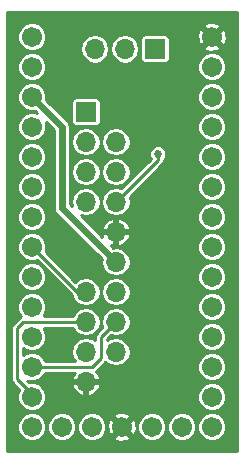
<source format=gbr>
G04 #@! TF.FileFunction,Copper,L2,Bot,Signal*
%FSLAX46Y46*%
G04 Gerber Fmt 4.6, Leading zero omitted, Abs format (unit mm)*
G04 Created by KiCad (PCBNEW 4.0.0-rc1-stable) date 30/03/2017 16:27:04*
%MOMM*%
G01*
G04 APERTURE LIST*
%ADD10C,0.076200*%
%ADD11R,1.700000X1.700000*%
%ADD12O,1.700000X1.700000*%
%ADD13C,1.701800*%
%ADD14C,0.685800*%
%ADD15C,0.609600*%
%ADD16C,0.254000*%
G04 APERTURE END LIST*
D10*
D11*
X108204000Y-98806000D03*
D12*
X105664000Y-98806000D03*
X103124000Y-98806000D03*
D13*
X113030000Y-100330000D03*
X113030000Y-102870000D03*
X113030000Y-105410000D03*
X113030000Y-107950000D03*
X113030000Y-110490000D03*
X113030000Y-113030000D03*
X113030000Y-115570000D03*
X113030000Y-118110000D03*
X113030000Y-120650000D03*
X113030000Y-123190000D03*
X113030000Y-125730000D03*
X113030000Y-128270000D03*
X113030000Y-130810000D03*
X97790000Y-130810000D03*
X97790000Y-128270000D03*
X97790000Y-125730000D03*
X97790000Y-123190000D03*
X97790000Y-120650000D03*
X97790000Y-118110000D03*
X97790000Y-115570000D03*
X97790000Y-113030000D03*
X97790000Y-110490000D03*
X97790000Y-107950000D03*
X97790000Y-105410000D03*
X97790000Y-102870000D03*
X97790000Y-100330000D03*
X97790000Y-97790000D03*
X113030000Y-97790000D03*
X110490000Y-130810000D03*
X107950000Y-130810000D03*
X105410000Y-130810000D03*
X102870000Y-130810000D03*
X100330000Y-130810000D03*
D11*
X102362000Y-104140000D03*
D12*
X102362000Y-106680000D03*
X104902000Y-106680000D03*
X102362000Y-109220000D03*
X104902000Y-109220000D03*
X102362000Y-111760000D03*
X104902000Y-111760000D03*
X104902000Y-114300000D03*
X104902000Y-116840000D03*
X102362000Y-119380000D03*
X104902000Y-119380000D03*
X102362000Y-121920000D03*
X104902000Y-121920000D03*
X102362000Y-124460000D03*
X104902000Y-124460000D03*
X102362000Y-127000000D03*
D14*
X108458000Y-107696000D03*
D15*
X100330000Y-112268000D02*
X104902000Y-116840000D01*
X100330000Y-105410000D02*
X100330000Y-112268000D01*
X97790000Y-102870000D02*
X100330000Y-105410000D01*
D16*
X108458000Y-108204000D02*
X104902000Y-111760000D01*
X108458000Y-107696000D02*
X108458000Y-108204000D01*
X97790000Y-128270000D02*
X97790000Y-128016000D01*
X97790000Y-128016000D02*
X96520000Y-126746000D01*
X96520000Y-126746000D02*
X96520000Y-122428000D01*
X96520000Y-122428000D02*
X97028000Y-121920000D01*
X97028000Y-121920000D02*
X102362000Y-121920000D01*
X97790000Y-125730000D02*
X102870000Y-125730000D01*
X103632000Y-123190000D02*
X104902000Y-121920000D01*
X103632000Y-124968000D02*
X103632000Y-123190000D01*
X102870000Y-125730000D02*
X103632000Y-124968000D01*
X97790000Y-115570000D02*
X101600000Y-119380000D01*
X101600000Y-119380000D02*
X102362000Y-119380000D01*
G36*
X115114000Y-132894000D02*
X95706000Y-132894000D01*
X95706000Y-131053965D01*
X96557887Y-131053965D01*
X96745037Y-131506903D01*
X97091274Y-131853745D01*
X97543885Y-132041685D01*
X98033965Y-132042113D01*
X98486903Y-131854963D01*
X98833745Y-131508726D01*
X99021685Y-131056115D01*
X99021686Y-131053965D01*
X99097887Y-131053965D01*
X99285037Y-131506903D01*
X99631274Y-131853745D01*
X100083885Y-132041685D01*
X100573965Y-132042113D01*
X101026903Y-131854963D01*
X101373745Y-131508726D01*
X101561685Y-131056115D01*
X101561686Y-131053965D01*
X101637887Y-131053965D01*
X101825037Y-131506903D01*
X102171274Y-131853745D01*
X102623885Y-132041685D01*
X103113965Y-132042113D01*
X103566903Y-131854963D01*
X103706435Y-131715674D01*
X104683931Y-131715674D01*
X104778250Y-131895593D01*
X105241778Y-132054717D01*
X105730915Y-132024345D01*
X106041750Y-131895593D01*
X106136069Y-131715674D01*
X105410000Y-130989605D01*
X104683931Y-131715674D01*
X103706435Y-131715674D01*
X103913745Y-131508726D01*
X104101685Y-131056115D01*
X104102046Y-130641778D01*
X104165283Y-130641778D01*
X104195655Y-131130915D01*
X104324407Y-131441750D01*
X104504326Y-131536069D01*
X105230395Y-130810000D01*
X105589605Y-130810000D01*
X106315674Y-131536069D01*
X106495593Y-131441750D01*
X106628715Y-131053965D01*
X106717887Y-131053965D01*
X106905037Y-131506903D01*
X107251274Y-131853745D01*
X107703885Y-132041685D01*
X108193965Y-132042113D01*
X108646903Y-131854963D01*
X108993745Y-131508726D01*
X109181685Y-131056115D01*
X109181686Y-131053965D01*
X109257887Y-131053965D01*
X109445037Y-131506903D01*
X109791274Y-131853745D01*
X110243885Y-132041685D01*
X110733965Y-132042113D01*
X111186903Y-131854963D01*
X111533745Y-131508726D01*
X111721685Y-131056115D01*
X111721686Y-131053965D01*
X111797887Y-131053965D01*
X111985037Y-131506903D01*
X112331274Y-131853745D01*
X112783885Y-132041685D01*
X113273965Y-132042113D01*
X113726903Y-131854963D01*
X114073745Y-131508726D01*
X114261685Y-131056115D01*
X114262113Y-130566035D01*
X114074963Y-130113097D01*
X113728726Y-129766255D01*
X113276115Y-129578315D01*
X112786035Y-129577887D01*
X112333097Y-129765037D01*
X111986255Y-130111274D01*
X111798315Y-130563885D01*
X111797887Y-131053965D01*
X111721686Y-131053965D01*
X111722113Y-130566035D01*
X111534963Y-130113097D01*
X111188726Y-129766255D01*
X110736115Y-129578315D01*
X110246035Y-129577887D01*
X109793097Y-129765037D01*
X109446255Y-130111274D01*
X109258315Y-130563885D01*
X109257887Y-131053965D01*
X109181686Y-131053965D01*
X109182113Y-130566035D01*
X108994963Y-130113097D01*
X108648726Y-129766255D01*
X108196115Y-129578315D01*
X107706035Y-129577887D01*
X107253097Y-129765037D01*
X106906255Y-130111274D01*
X106718315Y-130563885D01*
X106717887Y-131053965D01*
X106628715Y-131053965D01*
X106654717Y-130978222D01*
X106624345Y-130489085D01*
X106495593Y-130178250D01*
X106315674Y-130083931D01*
X105589605Y-130810000D01*
X105230395Y-130810000D01*
X104504326Y-130083931D01*
X104324407Y-130178250D01*
X104165283Y-130641778D01*
X104102046Y-130641778D01*
X104102113Y-130566035D01*
X103914963Y-130113097D01*
X103706557Y-129904326D01*
X104683931Y-129904326D01*
X105410000Y-130630395D01*
X106136069Y-129904326D01*
X106041750Y-129724407D01*
X105578222Y-129565283D01*
X105089085Y-129595655D01*
X104778250Y-129724407D01*
X104683931Y-129904326D01*
X103706557Y-129904326D01*
X103568726Y-129766255D01*
X103116115Y-129578315D01*
X102626035Y-129577887D01*
X102173097Y-129765037D01*
X101826255Y-130111274D01*
X101638315Y-130563885D01*
X101637887Y-131053965D01*
X101561686Y-131053965D01*
X101562113Y-130566035D01*
X101374963Y-130113097D01*
X101028726Y-129766255D01*
X100576115Y-129578315D01*
X100086035Y-129577887D01*
X99633097Y-129765037D01*
X99286255Y-130111274D01*
X99098315Y-130563885D01*
X99097887Y-131053965D01*
X99021686Y-131053965D01*
X99022113Y-130566035D01*
X98834963Y-130113097D01*
X98488726Y-129766255D01*
X98036115Y-129578315D01*
X97546035Y-129577887D01*
X97093097Y-129765037D01*
X96746255Y-130111274D01*
X96558315Y-130563885D01*
X96557887Y-131053965D01*
X95706000Y-131053965D01*
X95706000Y-122428000D01*
X96012000Y-122428000D01*
X96012000Y-126746000D01*
X96050669Y-126940403D01*
X96160790Y-127105210D01*
X96711222Y-127655642D01*
X96558315Y-128023885D01*
X96557887Y-128513965D01*
X96745037Y-128966903D01*
X97091274Y-129313745D01*
X97543885Y-129501685D01*
X98033965Y-129502113D01*
X98486903Y-129314963D01*
X98833745Y-128968726D01*
X99021685Y-128516115D01*
X99021686Y-128513965D01*
X111797887Y-128513965D01*
X111985037Y-128966903D01*
X112331274Y-129313745D01*
X112783885Y-129501685D01*
X113273965Y-129502113D01*
X113726903Y-129314963D01*
X114073745Y-128968726D01*
X114261685Y-128516115D01*
X114262113Y-128026035D01*
X114074963Y-127573097D01*
X113728726Y-127226255D01*
X113276115Y-127038315D01*
X112786035Y-127037887D01*
X112333097Y-127225037D01*
X111986255Y-127571274D01*
X111798315Y-128023885D01*
X111797887Y-128513965D01*
X99021686Y-128513965D01*
X99022113Y-128026035D01*
X98834963Y-127573097D01*
X98579293Y-127316980D01*
X101172511Y-127316980D01*
X101296755Y-127616964D01*
X101613944Y-127977652D01*
X102045018Y-128189501D01*
X102235000Y-128129193D01*
X102235000Y-127127000D01*
X102489000Y-127127000D01*
X102489000Y-128129193D01*
X102678982Y-128189501D01*
X103110056Y-127977652D01*
X103427245Y-127616964D01*
X103551489Y-127316980D01*
X103490627Y-127127000D01*
X102489000Y-127127000D01*
X102235000Y-127127000D01*
X101233373Y-127127000D01*
X101172511Y-127316980D01*
X98579293Y-127316980D01*
X98488726Y-127226255D01*
X98036115Y-127038315D01*
X97546035Y-127037887D01*
X97534906Y-127042486D01*
X97390353Y-126897933D01*
X97543885Y-126961685D01*
X98033965Y-126962113D01*
X98486903Y-126774963D01*
X98833745Y-126428726D01*
X98912941Y-126238000D01*
X101424300Y-126238000D01*
X101296755Y-126383036D01*
X101172511Y-126683020D01*
X101233373Y-126873000D01*
X102235000Y-126873000D01*
X102235000Y-126853000D01*
X102489000Y-126853000D01*
X102489000Y-126873000D01*
X103490627Y-126873000D01*
X103551489Y-126683020D01*
X103427245Y-126383036D01*
X103191193Y-126114612D01*
X103229210Y-126089210D01*
X103344455Y-125973965D01*
X111797887Y-125973965D01*
X111985037Y-126426903D01*
X112331274Y-126773745D01*
X112783885Y-126961685D01*
X113273965Y-126962113D01*
X113726903Y-126774963D01*
X114073745Y-126428726D01*
X114261685Y-125976115D01*
X114262113Y-125486035D01*
X114074963Y-125033097D01*
X113728726Y-124686255D01*
X113276115Y-124498315D01*
X112786035Y-124497887D01*
X112333097Y-124685037D01*
X111986255Y-125031274D01*
X111798315Y-125483885D01*
X111797887Y-125973965D01*
X103344455Y-125973965D01*
X103991210Y-125327210D01*
X103998241Y-125316688D01*
X104007435Y-125330448D01*
X104406800Y-125597296D01*
X104877883Y-125691000D01*
X104926117Y-125691000D01*
X105397200Y-125597296D01*
X105796565Y-125330448D01*
X106063413Y-124931083D01*
X106157117Y-124460000D01*
X106063413Y-123988917D01*
X105796565Y-123589552D01*
X105563714Y-123433965D01*
X111797887Y-123433965D01*
X111985037Y-123886903D01*
X112331274Y-124233745D01*
X112783885Y-124421685D01*
X113273965Y-124422113D01*
X113726903Y-124234963D01*
X114073745Y-123888726D01*
X114261685Y-123436115D01*
X114262113Y-122946035D01*
X114074963Y-122493097D01*
X113728726Y-122146255D01*
X113276115Y-121958315D01*
X112786035Y-121957887D01*
X112333097Y-122145037D01*
X111986255Y-122491274D01*
X111798315Y-122943885D01*
X111797887Y-123433965D01*
X105563714Y-123433965D01*
X105397200Y-123322704D01*
X104926117Y-123229000D01*
X104877883Y-123229000D01*
X104406800Y-123322704D01*
X104140000Y-123500975D01*
X104140000Y-123400420D01*
X104470461Y-123069959D01*
X104877883Y-123151000D01*
X104926117Y-123151000D01*
X105397200Y-123057296D01*
X105796565Y-122790448D01*
X106063413Y-122391083D01*
X106157117Y-121920000D01*
X106063413Y-121448917D01*
X105796565Y-121049552D01*
X105563714Y-120893965D01*
X111797887Y-120893965D01*
X111985037Y-121346903D01*
X112331274Y-121693745D01*
X112783885Y-121881685D01*
X113273965Y-121882113D01*
X113726903Y-121694963D01*
X114073745Y-121348726D01*
X114261685Y-120896115D01*
X114262113Y-120406035D01*
X114074963Y-119953097D01*
X113728726Y-119606255D01*
X113276115Y-119418315D01*
X112786035Y-119417887D01*
X112333097Y-119605037D01*
X111986255Y-119951274D01*
X111798315Y-120403885D01*
X111797887Y-120893965D01*
X105563714Y-120893965D01*
X105397200Y-120782704D01*
X104926117Y-120689000D01*
X104877883Y-120689000D01*
X104406800Y-120782704D01*
X104007435Y-121049552D01*
X103740587Y-121448917D01*
X103646883Y-121920000D01*
X103735927Y-122367653D01*
X103272790Y-122830790D01*
X103162669Y-122995597D01*
X103124000Y-123190000D01*
X103124000Y-123500975D01*
X102857200Y-123322704D01*
X102386117Y-123229000D01*
X102337883Y-123229000D01*
X101866800Y-123322704D01*
X101467435Y-123589552D01*
X101200587Y-123988917D01*
X101106883Y-124460000D01*
X101200587Y-124931083D01*
X101394972Y-125222000D01*
X98913016Y-125222000D01*
X98834963Y-125033097D01*
X98488726Y-124686255D01*
X98036115Y-124498315D01*
X97546035Y-124497887D01*
X97093097Y-124685037D01*
X97028000Y-124750020D01*
X97028000Y-124170360D01*
X97091274Y-124233745D01*
X97543885Y-124421685D01*
X98033965Y-124422113D01*
X98486903Y-124234963D01*
X98833745Y-123888726D01*
X99021685Y-123436115D01*
X99022113Y-122946035D01*
X98834963Y-122493097D01*
X98769980Y-122428000D01*
X101225254Y-122428000D01*
X101467435Y-122790448D01*
X101866800Y-123057296D01*
X102337883Y-123151000D01*
X102386117Y-123151000D01*
X102857200Y-123057296D01*
X103256565Y-122790448D01*
X103523413Y-122391083D01*
X103617117Y-121920000D01*
X103523413Y-121448917D01*
X103256565Y-121049552D01*
X102857200Y-120782704D01*
X102386117Y-120689000D01*
X102337883Y-120689000D01*
X101866800Y-120782704D01*
X101467435Y-121049552D01*
X101225254Y-121412000D01*
X98770360Y-121412000D01*
X98833745Y-121348726D01*
X99021685Y-120896115D01*
X99022113Y-120406035D01*
X98834963Y-119953097D01*
X98488726Y-119606255D01*
X98036115Y-119418315D01*
X97546035Y-119417887D01*
X97093097Y-119605037D01*
X96746255Y-119951274D01*
X96558315Y-120403885D01*
X96557887Y-120893965D01*
X96745037Y-121346903D01*
X96846133Y-121448175D01*
X96833597Y-121450669D01*
X96833595Y-121450670D01*
X96833596Y-121450670D01*
X96668789Y-121560790D01*
X96160790Y-122068790D01*
X96050669Y-122233597D01*
X96012000Y-122428000D01*
X95706000Y-122428000D01*
X95706000Y-118353965D01*
X96557887Y-118353965D01*
X96745037Y-118806903D01*
X97091274Y-119153745D01*
X97543885Y-119341685D01*
X98033965Y-119342113D01*
X98486903Y-119154963D01*
X98833745Y-118808726D01*
X99021685Y-118356115D01*
X99022113Y-117866035D01*
X98834963Y-117413097D01*
X98488726Y-117066255D01*
X98036115Y-116878315D01*
X97546035Y-116877887D01*
X97093097Y-117065037D01*
X96746255Y-117411274D01*
X96558315Y-117863885D01*
X96557887Y-118353965D01*
X95706000Y-118353965D01*
X95706000Y-115813965D01*
X96557887Y-115813965D01*
X96745037Y-116266903D01*
X97091274Y-116613745D01*
X97543885Y-116801685D01*
X98033965Y-116802113D01*
X98224829Y-116723249D01*
X101162826Y-119661246D01*
X101200587Y-119851083D01*
X101467435Y-120250448D01*
X101866800Y-120517296D01*
X102337883Y-120611000D01*
X102386117Y-120611000D01*
X102857200Y-120517296D01*
X103256565Y-120250448D01*
X103523413Y-119851083D01*
X103617117Y-119380000D01*
X103646883Y-119380000D01*
X103740587Y-119851083D01*
X104007435Y-120250448D01*
X104406800Y-120517296D01*
X104877883Y-120611000D01*
X104926117Y-120611000D01*
X105397200Y-120517296D01*
X105796565Y-120250448D01*
X106063413Y-119851083D01*
X106157117Y-119380000D01*
X106063413Y-118908917D01*
X105796565Y-118509552D01*
X105563714Y-118353965D01*
X111797887Y-118353965D01*
X111985037Y-118806903D01*
X112331274Y-119153745D01*
X112783885Y-119341685D01*
X113273965Y-119342113D01*
X113726903Y-119154963D01*
X114073745Y-118808726D01*
X114261685Y-118356115D01*
X114262113Y-117866035D01*
X114074963Y-117413097D01*
X113728726Y-117066255D01*
X113276115Y-116878315D01*
X112786035Y-116877887D01*
X112333097Y-117065037D01*
X111986255Y-117411274D01*
X111798315Y-117863885D01*
X111797887Y-118353965D01*
X105563714Y-118353965D01*
X105397200Y-118242704D01*
X104926117Y-118149000D01*
X104877883Y-118149000D01*
X104406800Y-118242704D01*
X104007435Y-118509552D01*
X103740587Y-118908917D01*
X103646883Y-119380000D01*
X103617117Y-119380000D01*
X103523413Y-118908917D01*
X103256565Y-118509552D01*
X102857200Y-118242704D01*
X102386117Y-118149000D01*
X102337883Y-118149000D01*
X101866800Y-118242704D01*
X101467435Y-118509552D01*
X101459639Y-118521219D01*
X98943302Y-116004882D01*
X99021685Y-115816115D01*
X99022113Y-115326035D01*
X98834963Y-114873097D01*
X98488726Y-114526255D01*
X98036115Y-114338315D01*
X97546035Y-114337887D01*
X97093097Y-114525037D01*
X96746255Y-114871274D01*
X96558315Y-115323885D01*
X96557887Y-115813965D01*
X95706000Y-115813965D01*
X95706000Y-113273965D01*
X96557887Y-113273965D01*
X96745037Y-113726903D01*
X97091274Y-114073745D01*
X97543885Y-114261685D01*
X98033965Y-114262113D01*
X98486903Y-114074963D01*
X98833745Y-113728726D01*
X99021685Y-113276115D01*
X99022113Y-112786035D01*
X98834963Y-112333097D01*
X98488726Y-111986255D01*
X98036115Y-111798315D01*
X97546035Y-111797887D01*
X97093097Y-111985037D01*
X96746255Y-112331274D01*
X96558315Y-112783885D01*
X96557887Y-113273965D01*
X95706000Y-113273965D01*
X95706000Y-110733965D01*
X96557887Y-110733965D01*
X96745037Y-111186903D01*
X97091274Y-111533745D01*
X97543885Y-111721685D01*
X98033965Y-111722113D01*
X98486903Y-111534963D01*
X98833745Y-111188726D01*
X99021685Y-110736115D01*
X99022113Y-110246035D01*
X98834963Y-109793097D01*
X98488726Y-109446255D01*
X98036115Y-109258315D01*
X97546035Y-109257887D01*
X97093097Y-109445037D01*
X96746255Y-109791274D01*
X96558315Y-110243885D01*
X96557887Y-110733965D01*
X95706000Y-110733965D01*
X95706000Y-108193965D01*
X96557887Y-108193965D01*
X96745037Y-108646903D01*
X97091274Y-108993745D01*
X97543885Y-109181685D01*
X98033965Y-109182113D01*
X98486903Y-108994963D01*
X98833745Y-108648726D01*
X99021685Y-108196115D01*
X99022113Y-107706035D01*
X98834963Y-107253097D01*
X98488726Y-106906255D01*
X98036115Y-106718315D01*
X97546035Y-106717887D01*
X97093097Y-106905037D01*
X96746255Y-107251274D01*
X96558315Y-107703885D01*
X96557887Y-108193965D01*
X95706000Y-108193965D01*
X95706000Y-103113965D01*
X96557887Y-103113965D01*
X96745037Y-103566903D01*
X97091274Y-103913745D01*
X97543885Y-104101685D01*
X98033965Y-104102113D01*
X98046900Y-104096768D01*
X98194011Y-104243879D01*
X98036115Y-104178315D01*
X97546035Y-104177887D01*
X97093097Y-104365037D01*
X96746255Y-104711274D01*
X96558315Y-105163885D01*
X96557887Y-105653965D01*
X96745037Y-106106903D01*
X97091274Y-106453745D01*
X97543885Y-106641685D01*
X98033965Y-106642113D01*
X98486903Y-106454963D01*
X98833745Y-106108726D01*
X99021685Y-105656115D01*
X99022113Y-105166035D01*
X98955887Y-105005755D01*
X99644200Y-105694068D01*
X99644200Y-112268000D01*
X99696403Y-112530445D01*
X99845066Y-112752934D01*
X103694209Y-116602077D01*
X103646883Y-116840000D01*
X103740587Y-117311083D01*
X104007435Y-117710448D01*
X104406800Y-117977296D01*
X104877883Y-118071000D01*
X104926117Y-118071000D01*
X105397200Y-117977296D01*
X105796565Y-117710448D01*
X106063413Y-117311083D01*
X106157117Y-116840000D01*
X106063413Y-116368917D01*
X105796565Y-115969552D01*
X105563714Y-115813965D01*
X111797887Y-115813965D01*
X111985037Y-116266903D01*
X112331274Y-116613745D01*
X112783885Y-116801685D01*
X113273965Y-116802113D01*
X113726903Y-116614963D01*
X114073745Y-116268726D01*
X114261685Y-115816115D01*
X114262113Y-115326035D01*
X114074963Y-114873097D01*
X113728726Y-114526255D01*
X113276115Y-114338315D01*
X112786035Y-114337887D01*
X112333097Y-114525037D01*
X111986255Y-114871274D01*
X111798315Y-115323885D01*
X111797887Y-115813965D01*
X105563714Y-115813965D01*
X105397200Y-115702704D01*
X104926117Y-115609000D01*
X104877883Y-115609000D01*
X104680191Y-115648323D01*
X104459862Y-115427994D01*
X104585018Y-115489501D01*
X104775000Y-115429193D01*
X104775000Y-114427000D01*
X105029000Y-114427000D01*
X105029000Y-115429193D01*
X105218982Y-115489501D01*
X105650056Y-115277652D01*
X105967245Y-114916964D01*
X106091489Y-114616980D01*
X106030627Y-114427000D01*
X105029000Y-114427000D01*
X104775000Y-114427000D01*
X103773373Y-114427000D01*
X103712511Y-114616980D01*
X103757519Y-114725651D01*
X103014888Y-113983020D01*
X103712511Y-113983020D01*
X103773373Y-114173000D01*
X104775000Y-114173000D01*
X104775000Y-113170807D01*
X105029000Y-113170807D01*
X105029000Y-114173000D01*
X106030627Y-114173000D01*
X106091489Y-113983020D01*
X105967245Y-113683036D01*
X105650056Y-113322348D01*
X105551606Y-113273965D01*
X111797887Y-113273965D01*
X111985037Y-113726903D01*
X112331274Y-114073745D01*
X112783885Y-114261685D01*
X113273965Y-114262113D01*
X113726903Y-114074963D01*
X114073745Y-113728726D01*
X114261685Y-113276115D01*
X114262113Y-112786035D01*
X114074963Y-112333097D01*
X113728726Y-111986255D01*
X113276115Y-111798315D01*
X112786035Y-111797887D01*
X112333097Y-111985037D01*
X111986255Y-112331274D01*
X111798315Y-112783885D01*
X111797887Y-113273965D01*
X105551606Y-113273965D01*
X105218982Y-113110499D01*
X105029000Y-113170807D01*
X104775000Y-113170807D01*
X104585018Y-113110499D01*
X104153944Y-113322348D01*
X103836755Y-113683036D01*
X103712511Y-113983020D01*
X103014888Y-113983020D01*
X101944649Y-112912781D01*
X102337883Y-112991000D01*
X102386117Y-112991000D01*
X102857200Y-112897296D01*
X103256565Y-112630448D01*
X103523413Y-112231083D01*
X103617117Y-111760000D01*
X103646883Y-111760000D01*
X103740587Y-112231083D01*
X104007435Y-112630448D01*
X104406800Y-112897296D01*
X104877883Y-112991000D01*
X104926117Y-112991000D01*
X105397200Y-112897296D01*
X105796565Y-112630448D01*
X106063413Y-112231083D01*
X106157117Y-111760000D01*
X106068073Y-111312347D01*
X106646455Y-110733965D01*
X111797887Y-110733965D01*
X111985037Y-111186903D01*
X112331274Y-111533745D01*
X112783885Y-111721685D01*
X113273965Y-111722113D01*
X113726903Y-111534963D01*
X114073745Y-111188726D01*
X114261685Y-110736115D01*
X114262113Y-110246035D01*
X114074963Y-109793097D01*
X113728726Y-109446255D01*
X113276115Y-109258315D01*
X112786035Y-109257887D01*
X112333097Y-109445037D01*
X111986255Y-109791274D01*
X111798315Y-110243885D01*
X111797887Y-110733965D01*
X106646455Y-110733965D01*
X108817210Y-108563211D01*
X108927331Y-108398404D01*
X108944905Y-108310050D01*
X108964078Y-108213661D01*
X108983808Y-108193965D01*
X111797887Y-108193965D01*
X111985037Y-108646903D01*
X112331274Y-108993745D01*
X112783885Y-109181685D01*
X113273965Y-109182113D01*
X113726903Y-108994963D01*
X114073745Y-108648726D01*
X114261685Y-108196115D01*
X114262113Y-107706035D01*
X114074963Y-107253097D01*
X113728726Y-106906255D01*
X113276115Y-106718315D01*
X112786035Y-106717887D01*
X112333097Y-106905037D01*
X111986255Y-107251274D01*
X111798315Y-107703885D01*
X111797887Y-108193965D01*
X108983808Y-108193965D01*
X109071335Y-108106592D01*
X109181774Y-107840624D01*
X109182025Y-107552639D01*
X109072050Y-107286479D01*
X108868592Y-107082665D01*
X108602624Y-106972226D01*
X108314639Y-106971975D01*
X108048479Y-107081950D01*
X107844665Y-107285408D01*
X107734226Y-107551376D01*
X107733975Y-107839361D01*
X107842227Y-108101352D01*
X105333539Y-110610041D01*
X104926117Y-110529000D01*
X104877883Y-110529000D01*
X104406800Y-110622704D01*
X104007435Y-110889552D01*
X103740587Y-111288917D01*
X103646883Y-111760000D01*
X103617117Y-111760000D01*
X103523413Y-111288917D01*
X103256565Y-110889552D01*
X102857200Y-110622704D01*
X102386117Y-110529000D01*
X102337883Y-110529000D01*
X101866800Y-110622704D01*
X101467435Y-110889552D01*
X101200587Y-111288917D01*
X101106883Y-111760000D01*
X101185102Y-112153234D01*
X101015800Y-111983932D01*
X101015800Y-109220000D01*
X101106883Y-109220000D01*
X101200587Y-109691083D01*
X101467435Y-110090448D01*
X101866800Y-110357296D01*
X102337883Y-110451000D01*
X102386117Y-110451000D01*
X102857200Y-110357296D01*
X103256565Y-110090448D01*
X103523413Y-109691083D01*
X103617117Y-109220000D01*
X103646883Y-109220000D01*
X103740587Y-109691083D01*
X104007435Y-110090448D01*
X104406800Y-110357296D01*
X104877883Y-110451000D01*
X104926117Y-110451000D01*
X105397200Y-110357296D01*
X105796565Y-110090448D01*
X106063413Y-109691083D01*
X106157117Y-109220000D01*
X106063413Y-108748917D01*
X105796565Y-108349552D01*
X105397200Y-108082704D01*
X104926117Y-107989000D01*
X104877883Y-107989000D01*
X104406800Y-108082704D01*
X104007435Y-108349552D01*
X103740587Y-108748917D01*
X103646883Y-109220000D01*
X103617117Y-109220000D01*
X103523413Y-108748917D01*
X103256565Y-108349552D01*
X102857200Y-108082704D01*
X102386117Y-107989000D01*
X102337883Y-107989000D01*
X101866800Y-108082704D01*
X101467435Y-108349552D01*
X101200587Y-108748917D01*
X101106883Y-109220000D01*
X101015800Y-109220000D01*
X101015800Y-106680000D01*
X101106883Y-106680000D01*
X101200587Y-107151083D01*
X101467435Y-107550448D01*
X101866800Y-107817296D01*
X102337883Y-107911000D01*
X102386117Y-107911000D01*
X102857200Y-107817296D01*
X103256565Y-107550448D01*
X103523413Y-107151083D01*
X103617117Y-106680000D01*
X103646883Y-106680000D01*
X103740587Y-107151083D01*
X104007435Y-107550448D01*
X104406800Y-107817296D01*
X104877883Y-107911000D01*
X104926117Y-107911000D01*
X105397200Y-107817296D01*
X105796565Y-107550448D01*
X106063413Y-107151083D01*
X106157117Y-106680000D01*
X106063413Y-106208917D01*
X105796565Y-105809552D01*
X105563714Y-105653965D01*
X111797887Y-105653965D01*
X111985037Y-106106903D01*
X112331274Y-106453745D01*
X112783885Y-106641685D01*
X113273965Y-106642113D01*
X113726903Y-106454963D01*
X114073745Y-106108726D01*
X114261685Y-105656115D01*
X114262113Y-105166035D01*
X114074963Y-104713097D01*
X113728726Y-104366255D01*
X113276115Y-104178315D01*
X112786035Y-104177887D01*
X112333097Y-104365037D01*
X111986255Y-104711274D01*
X111798315Y-105163885D01*
X111797887Y-105653965D01*
X105563714Y-105653965D01*
X105397200Y-105542704D01*
X104926117Y-105449000D01*
X104877883Y-105449000D01*
X104406800Y-105542704D01*
X104007435Y-105809552D01*
X103740587Y-106208917D01*
X103646883Y-106680000D01*
X103617117Y-106680000D01*
X103523413Y-106208917D01*
X103256565Y-105809552D01*
X102857200Y-105542704D01*
X102386117Y-105449000D01*
X102337883Y-105449000D01*
X101866800Y-105542704D01*
X101467435Y-105809552D01*
X101200587Y-106208917D01*
X101106883Y-106680000D01*
X101015800Y-106680000D01*
X101015800Y-105410000D01*
X100963597Y-105147556D01*
X100814934Y-104925066D01*
X99179868Y-103290000D01*
X101123536Y-103290000D01*
X101123536Y-104990000D01*
X101150103Y-105131190D01*
X101233546Y-105260865D01*
X101360866Y-105347859D01*
X101512000Y-105378464D01*
X103212000Y-105378464D01*
X103353190Y-105351897D01*
X103482865Y-105268454D01*
X103569859Y-105141134D01*
X103600464Y-104990000D01*
X103600464Y-103290000D01*
X103573897Y-103148810D01*
X103551476Y-103113965D01*
X111797887Y-103113965D01*
X111985037Y-103566903D01*
X112331274Y-103913745D01*
X112783885Y-104101685D01*
X113273965Y-104102113D01*
X113726903Y-103914963D01*
X114073745Y-103568726D01*
X114261685Y-103116115D01*
X114262113Y-102626035D01*
X114074963Y-102173097D01*
X113728726Y-101826255D01*
X113276115Y-101638315D01*
X112786035Y-101637887D01*
X112333097Y-101825037D01*
X111986255Y-102171274D01*
X111798315Y-102623885D01*
X111797887Y-103113965D01*
X103551476Y-103113965D01*
X103490454Y-103019135D01*
X103363134Y-102932141D01*
X103212000Y-102901536D01*
X101512000Y-102901536D01*
X101370810Y-102928103D01*
X101241135Y-103011546D01*
X101154141Y-103138866D01*
X101123536Y-103290000D01*
X99179868Y-103290000D01*
X99017078Y-103127210D01*
X99021685Y-103116115D01*
X99022113Y-102626035D01*
X98834963Y-102173097D01*
X98488726Y-101826255D01*
X98036115Y-101638315D01*
X97546035Y-101637887D01*
X97093097Y-101825037D01*
X96746255Y-102171274D01*
X96558315Y-102623885D01*
X96557887Y-103113965D01*
X95706000Y-103113965D01*
X95706000Y-100573965D01*
X96557887Y-100573965D01*
X96745037Y-101026903D01*
X97091274Y-101373745D01*
X97543885Y-101561685D01*
X98033965Y-101562113D01*
X98486903Y-101374963D01*
X98833745Y-101028726D01*
X99021685Y-100576115D01*
X99021686Y-100573965D01*
X111797887Y-100573965D01*
X111985037Y-101026903D01*
X112331274Y-101373745D01*
X112783885Y-101561685D01*
X113273965Y-101562113D01*
X113726903Y-101374963D01*
X114073745Y-101028726D01*
X114261685Y-100576115D01*
X114262113Y-100086035D01*
X114074963Y-99633097D01*
X113728726Y-99286255D01*
X113276115Y-99098315D01*
X112786035Y-99097887D01*
X112333097Y-99285037D01*
X111986255Y-99631274D01*
X111798315Y-100083885D01*
X111797887Y-100573965D01*
X99021686Y-100573965D01*
X99022113Y-100086035D01*
X98834963Y-99633097D01*
X98488726Y-99286255D01*
X98036115Y-99098315D01*
X97546035Y-99097887D01*
X97093097Y-99285037D01*
X96746255Y-99631274D01*
X96558315Y-100083885D01*
X96557887Y-100573965D01*
X95706000Y-100573965D01*
X95706000Y-98033965D01*
X96557887Y-98033965D01*
X96745037Y-98486903D01*
X97091274Y-98833745D01*
X97543885Y-99021685D01*
X98033965Y-99022113D01*
X98486903Y-98834963D01*
X98540075Y-98781883D01*
X101893000Y-98781883D01*
X101893000Y-98830117D01*
X101986704Y-99301200D01*
X102253552Y-99700565D01*
X102652917Y-99967413D01*
X103124000Y-100061117D01*
X103595083Y-99967413D01*
X103994448Y-99700565D01*
X104261296Y-99301200D01*
X104355000Y-98830117D01*
X104355000Y-98781883D01*
X104433000Y-98781883D01*
X104433000Y-98830117D01*
X104526704Y-99301200D01*
X104793552Y-99700565D01*
X105192917Y-99967413D01*
X105664000Y-100061117D01*
X106135083Y-99967413D01*
X106534448Y-99700565D01*
X106801296Y-99301200D01*
X106895000Y-98830117D01*
X106895000Y-98781883D01*
X106801296Y-98310800D01*
X106564226Y-97956000D01*
X106965536Y-97956000D01*
X106965536Y-99656000D01*
X106992103Y-99797190D01*
X107075546Y-99926865D01*
X107202866Y-100013859D01*
X107354000Y-100044464D01*
X109054000Y-100044464D01*
X109195190Y-100017897D01*
X109324865Y-99934454D01*
X109411859Y-99807134D01*
X109442464Y-99656000D01*
X109442464Y-98695674D01*
X112303931Y-98695674D01*
X112398250Y-98875593D01*
X112861778Y-99034717D01*
X113350915Y-99004345D01*
X113661750Y-98875593D01*
X113756069Y-98695674D01*
X113030000Y-97969605D01*
X112303931Y-98695674D01*
X109442464Y-98695674D01*
X109442464Y-97956000D01*
X109415897Y-97814810D01*
X109332454Y-97685135D01*
X109239728Y-97621778D01*
X111785283Y-97621778D01*
X111815655Y-98110915D01*
X111944407Y-98421750D01*
X112124326Y-98516069D01*
X112850395Y-97790000D01*
X113209605Y-97790000D01*
X113935674Y-98516069D01*
X114115593Y-98421750D01*
X114274717Y-97958222D01*
X114244345Y-97469085D01*
X114115593Y-97158250D01*
X113935674Y-97063931D01*
X113209605Y-97790000D01*
X112850395Y-97790000D01*
X112124326Y-97063931D01*
X111944407Y-97158250D01*
X111785283Y-97621778D01*
X109239728Y-97621778D01*
X109205134Y-97598141D01*
X109054000Y-97567536D01*
X107354000Y-97567536D01*
X107212810Y-97594103D01*
X107083135Y-97677546D01*
X106996141Y-97804866D01*
X106965536Y-97956000D01*
X106564226Y-97956000D01*
X106534448Y-97911435D01*
X106135083Y-97644587D01*
X105664000Y-97550883D01*
X105192917Y-97644587D01*
X104793552Y-97911435D01*
X104526704Y-98310800D01*
X104433000Y-98781883D01*
X104355000Y-98781883D01*
X104261296Y-98310800D01*
X103994448Y-97911435D01*
X103595083Y-97644587D01*
X103124000Y-97550883D01*
X102652917Y-97644587D01*
X102253552Y-97911435D01*
X101986704Y-98310800D01*
X101893000Y-98781883D01*
X98540075Y-98781883D01*
X98833745Y-98488726D01*
X99021685Y-98036115D01*
X99022113Y-97546035D01*
X98834963Y-97093097D01*
X98626557Y-96884326D01*
X112303931Y-96884326D01*
X113030000Y-97610395D01*
X113756069Y-96884326D01*
X113661750Y-96704407D01*
X113198222Y-96545283D01*
X112709085Y-96575655D01*
X112398250Y-96704407D01*
X112303931Y-96884326D01*
X98626557Y-96884326D01*
X98488726Y-96746255D01*
X98036115Y-96558315D01*
X97546035Y-96557887D01*
X97093097Y-96745037D01*
X96746255Y-97091274D01*
X96558315Y-97543885D01*
X96557887Y-98033965D01*
X95706000Y-98033965D01*
X95706000Y-95706000D01*
X115114000Y-95706000D01*
X115114000Y-132894000D01*
X115114000Y-132894000D01*
G37*
X115114000Y-132894000D02*
X95706000Y-132894000D01*
X95706000Y-131053965D01*
X96557887Y-131053965D01*
X96745037Y-131506903D01*
X97091274Y-131853745D01*
X97543885Y-132041685D01*
X98033965Y-132042113D01*
X98486903Y-131854963D01*
X98833745Y-131508726D01*
X99021685Y-131056115D01*
X99021686Y-131053965D01*
X99097887Y-131053965D01*
X99285037Y-131506903D01*
X99631274Y-131853745D01*
X100083885Y-132041685D01*
X100573965Y-132042113D01*
X101026903Y-131854963D01*
X101373745Y-131508726D01*
X101561685Y-131056115D01*
X101561686Y-131053965D01*
X101637887Y-131053965D01*
X101825037Y-131506903D01*
X102171274Y-131853745D01*
X102623885Y-132041685D01*
X103113965Y-132042113D01*
X103566903Y-131854963D01*
X103706435Y-131715674D01*
X104683931Y-131715674D01*
X104778250Y-131895593D01*
X105241778Y-132054717D01*
X105730915Y-132024345D01*
X106041750Y-131895593D01*
X106136069Y-131715674D01*
X105410000Y-130989605D01*
X104683931Y-131715674D01*
X103706435Y-131715674D01*
X103913745Y-131508726D01*
X104101685Y-131056115D01*
X104102046Y-130641778D01*
X104165283Y-130641778D01*
X104195655Y-131130915D01*
X104324407Y-131441750D01*
X104504326Y-131536069D01*
X105230395Y-130810000D01*
X105589605Y-130810000D01*
X106315674Y-131536069D01*
X106495593Y-131441750D01*
X106628715Y-131053965D01*
X106717887Y-131053965D01*
X106905037Y-131506903D01*
X107251274Y-131853745D01*
X107703885Y-132041685D01*
X108193965Y-132042113D01*
X108646903Y-131854963D01*
X108993745Y-131508726D01*
X109181685Y-131056115D01*
X109181686Y-131053965D01*
X109257887Y-131053965D01*
X109445037Y-131506903D01*
X109791274Y-131853745D01*
X110243885Y-132041685D01*
X110733965Y-132042113D01*
X111186903Y-131854963D01*
X111533745Y-131508726D01*
X111721685Y-131056115D01*
X111721686Y-131053965D01*
X111797887Y-131053965D01*
X111985037Y-131506903D01*
X112331274Y-131853745D01*
X112783885Y-132041685D01*
X113273965Y-132042113D01*
X113726903Y-131854963D01*
X114073745Y-131508726D01*
X114261685Y-131056115D01*
X114262113Y-130566035D01*
X114074963Y-130113097D01*
X113728726Y-129766255D01*
X113276115Y-129578315D01*
X112786035Y-129577887D01*
X112333097Y-129765037D01*
X111986255Y-130111274D01*
X111798315Y-130563885D01*
X111797887Y-131053965D01*
X111721686Y-131053965D01*
X111722113Y-130566035D01*
X111534963Y-130113097D01*
X111188726Y-129766255D01*
X110736115Y-129578315D01*
X110246035Y-129577887D01*
X109793097Y-129765037D01*
X109446255Y-130111274D01*
X109258315Y-130563885D01*
X109257887Y-131053965D01*
X109181686Y-131053965D01*
X109182113Y-130566035D01*
X108994963Y-130113097D01*
X108648726Y-129766255D01*
X108196115Y-129578315D01*
X107706035Y-129577887D01*
X107253097Y-129765037D01*
X106906255Y-130111274D01*
X106718315Y-130563885D01*
X106717887Y-131053965D01*
X106628715Y-131053965D01*
X106654717Y-130978222D01*
X106624345Y-130489085D01*
X106495593Y-130178250D01*
X106315674Y-130083931D01*
X105589605Y-130810000D01*
X105230395Y-130810000D01*
X104504326Y-130083931D01*
X104324407Y-130178250D01*
X104165283Y-130641778D01*
X104102046Y-130641778D01*
X104102113Y-130566035D01*
X103914963Y-130113097D01*
X103706557Y-129904326D01*
X104683931Y-129904326D01*
X105410000Y-130630395D01*
X106136069Y-129904326D01*
X106041750Y-129724407D01*
X105578222Y-129565283D01*
X105089085Y-129595655D01*
X104778250Y-129724407D01*
X104683931Y-129904326D01*
X103706557Y-129904326D01*
X103568726Y-129766255D01*
X103116115Y-129578315D01*
X102626035Y-129577887D01*
X102173097Y-129765037D01*
X101826255Y-130111274D01*
X101638315Y-130563885D01*
X101637887Y-131053965D01*
X101561686Y-131053965D01*
X101562113Y-130566035D01*
X101374963Y-130113097D01*
X101028726Y-129766255D01*
X100576115Y-129578315D01*
X100086035Y-129577887D01*
X99633097Y-129765037D01*
X99286255Y-130111274D01*
X99098315Y-130563885D01*
X99097887Y-131053965D01*
X99021686Y-131053965D01*
X99022113Y-130566035D01*
X98834963Y-130113097D01*
X98488726Y-129766255D01*
X98036115Y-129578315D01*
X97546035Y-129577887D01*
X97093097Y-129765037D01*
X96746255Y-130111274D01*
X96558315Y-130563885D01*
X96557887Y-131053965D01*
X95706000Y-131053965D01*
X95706000Y-122428000D01*
X96012000Y-122428000D01*
X96012000Y-126746000D01*
X96050669Y-126940403D01*
X96160790Y-127105210D01*
X96711222Y-127655642D01*
X96558315Y-128023885D01*
X96557887Y-128513965D01*
X96745037Y-128966903D01*
X97091274Y-129313745D01*
X97543885Y-129501685D01*
X98033965Y-129502113D01*
X98486903Y-129314963D01*
X98833745Y-128968726D01*
X99021685Y-128516115D01*
X99021686Y-128513965D01*
X111797887Y-128513965D01*
X111985037Y-128966903D01*
X112331274Y-129313745D01*
X112783885Y-129501685D01*
X113273965Y-129502113D01*
X113726903Y-129314963D01*
X114073745Y-128968726D01*
X114261685Y-128516115D01*
X114262113Y-128026035D01*
X114074963Y-127573097D01*
X113728726Y-127226255D01*
X113276115Y-127038315D01*
X112786035Y-127037887D01*
X112333097Y-127225037D01*
X111986255Y-127571274D01*
X111798315Y-128023885D01*
X111797887Y-128513965D01*
X99021686Y-128513965D01*
X99022113Y-128026035D01*
X98834963Y-127573097D01*
X98579293Y-127316980D01*
X101172511Y-127316980D01*
X101296755Y-127616964D01*
X101613944Y-127977652D01*
X102045018Y-128189501D01*
X102235000Y-128129193D01*
X102235000Y-127127000D01*
X102489000Y-127127000D01*
X102489000Y-128129193D01*
X102678982Y-128189501D01*
X103110056Y-127977652D01*
X103427245Y-127616964D01*
X103551489Y-127316980D01*
X103490627Y-127127000D01*
X102489000Y-127127000D01*
X102235000Y-127127000D01*
X101233373Y-127127000D01*
X101172511Y-127316980D01*
X98579293Y-127316980D01*
X98488726Y-127226255D01*
X98036115Y-127038315D01*
X97546035Y-127037887D01*
X97534906Y-127042486D01*
X97390353Y-126897933D01*
X97543885Y-126961685D01*
X98033965Y-126962113D01*
X98486903Y-126774963D01*
X98833745Y-126428726D01*
X98912941Y-126238000D01*
X101424300Y-126238000D01*
X101296755Y-126383036D01*
X101172511Y-126683020D01*
X101233373Y-126873000D01*
X102235000Y-126873000D01*
X102235000Y-126853000D01*
X102489000Y-126853000D01*
X102489000Y-126873000D01*
X103490627Y-126873000D01*
X103551489Y-126683020D01*
X103427245Y-126383036D01*
X103191193Y-126114612D01*
X103229210Y-126089210D01*
X103344455Y-125973965D01*
X111797887Y-125973965D01*
X111985037Y-126426903D01*
X112331274Y-126773745D01*
X112783885Y-126961685D01*
X113273965Y-126962113D01*
X113726903Y-126774963D01*
X114073745Y-126428726D01*
X114261685Y-125976115D01*
X114262113Y-125486035D01*
X114074963Y-125033097D01*
X113728726Y-124686255D01*
X113276115Y-124498315D01*
X112786035Y-124497887D01*
X112333097Y-124685037D01*
X111986255Y-125031274D01*
X111798315Y-125483885D01*
X111797887Y-125973965D01*
X103344455Y-125973965D01*
X103991210Y-125327210D01*
X103998241Y-125316688D01*
X104007435Y-125330448D01*
X104406800Y-125597296D01*
X104877883Y-125691000D01*
X104926117Y-125691000D01*
X105397200Y-125597296D01*
X105796565Y-125330448D01*
X106063413Y-124931083D01*
X106157117Y-124460000D01*
X106063413Y-123988917D01*
X105796565Y-123589552D01*
X105563714Y-123433965D01*
X111797887Y-123433965D01*
X111985037Y-123886903D01*
X112331274Y-124233745D01*
X112783885Y-124421685D01*
X113273965Y-124422113D01*
X113726903Y-124234963D01*
X114073745Y-123888726D01*
X114261685Y-123436115D01*
X114262113Y-122946035D01*
X114074963Y-122493097D01*
X113728726Y-122146255D01*
X113276115Y-121958315D01*
X112786035Y-121957887D01*
X112333097Y-122145037D01*
X111986255Y-122491274D01*
X111798315Y-122943885D01*
X111797887Y-123433965D01*
X105563714Y-123433965D01*
X105397200Y-123322704D01*
X104926117Y-123229000D01*
X104877883Y-123229000D01*
X104406800Y-123322704D01*
X104140000Y-123500975D01*
X104140000Y-123400420D01*
X104470461Y-123069959D01*
X104877883Y-123151000D01*
X104926117Y-123151000D01*
X105397200Y-123057296D01*
X105796565Y-122790448D01*
X106063413Y-122391083D01*
X106157117Y-121920000D01*
X106063413Y-121448917D01*
X105796565Y-121049552D01*
X105563714Y-120893965D01*
X111797887Y-120893965D01*
X111985037Y-121346903D01*
X112331274Y-121693745D01*
X112783885Y-121881685D01*
X113273965Y-121882113D01*
X113726903Y-121694963D01*
X114073745Y-121348726D01*
X114261685Y-120896115D01*
X114262113Y-120406035D01*
X114074963Y-119953097D01*
X113728726Y-119606255D01*
X113276115Y-119418315D01*
X112786035Y-119417887D01*
X112333097Y-119605037D01*
X111986255Y-119951274D01*
X111798315Y-120403885D01*
X111797887Y-120893965D01*
X105563714Y-120893965D01*
X105397200Y-120782704D01*
X104926117Y-120689000D01*
X104877883Y-120689000D01*
X104406800Y-120782704D01*
X104007435Y-121049552D01*
X103740587Y-121448917D01*
X103646883Y-121920000D01*
X103735927Y-122367653D01*
X103272790Y-122830790D01*
X103162669Y-122995597D01*
X103124000Y-123190000D01*
X103124000Y-123500975D01*
X102857200Y-123322704D01*
X102386117Y-123229000D01*
X102337883Y-123229000D01*
X101866800Y-123322704D01*
X101467435Y-123589552D01*
X101200587Y-123988917D01*
X101106883Y-124460000D01*
X101200587Y-124931083D01*
X101394972Y-125222000D01*
X98913016Y-125222000D01*
X98834963Y-125033097D01*
X98488726Y-124686255D01*
X98036115Y-124498315D01*
X97546035Y-124497887D01*
X97093097Y-124685037D01*
X97028000Y-124750020D01*
X97028000Y-124170360D01*
X97091274Y-124233745D01*
X97543885Y-124421685D01*
X98033965Y-124422113D01*
X98486903Y-124234963D01*
X98833745Y-123888726D01*
X99021685Y-123436115D01*
X99022113Y-122946035D01*
X98834963Y-122493097D01*
X98769980Y-122428000D01*
X101225254Y-122428000D01*
X101467435Y-122790448D01*
X101866800Y-123057296D01*
X102337883Y-123151000D01*
X102386117Y-123151000D01*
X102857200Y-123057296D01*
X103256565Y-122790448D01*
X103523413Y-122391083D01*
X103617117Y-121920000D01*
X103523413Y-121448917D01*
X103256565Y-121049552D01*
X102857200Y-120782704D01*
X102386117Y-120689000D01*
X102337883Y-120689000D01*
X101866800Y-120782704D01*
X101467435Y-121049552D01*
X101225254Y-121412000D01*
X98770360Y-121412000D01*
X98833745Y-121348726D01*
X99021685Y-120896115D01*
X99022113Y-120406035D01*
X98834963Y-119953097D01*
X98488726Y-119606255D01*
X98036115Y-119418315D01*
X97546035Y-119417887D01*
X97093097Y-119605037D01*
X96746255Y-119951274D01*
X96558315Y-120403885D01*
X96557887Y-120893965D01*
X96745037Y-121346903D01*
X96846133Y-121448175D01*
X96833597Y-121450669D01*
X96833595Y-121450670D01*
X96833596Y-121450670D01*
X96668789Y-121560790D01*
X96160790Y-122068790D01*
X96050669Y-122233597D01*
X96012000Y-122428000D01*
X95706000Y-122428000D01*
X95706000Y-118353965D01*
X96557887Y-118353965D01*
X96745037Y-118806903D01*
X97091274Y-119153745D01*
X97543885Y-119341685D01*
X98033965Y-119342113D01*
X98486903Y-119154963D01*
X98833745Y-118808726D01*
X99021685Y-118356115D01*
X99022113Y-117866035D01*
X98834963Y-117413097D01*
X98488726Y-117066255D01*
X98036115Y-116878315D01*
X97546035Y-116877887D01*
X97093097Y-117065037D01*
X96746255Y-117411274D01*
X96558315Y-117863885D01*
X96557887Y-118353965D01*
X95706000Y-118353965D01*
X95706000Y-115813965D01*
X96557887Y-115813965D01*
X96745037Y-116266903D01*
X97091274Y-116613745D01*
X97543885Y-116801685D01*
X98033965Y-116802113D01*
X98224829Y-116723249D01*
X101162826Y-119661246D01*
X101200587Y-119851083D01*
X101467435Y-120250448D01*
X101866800Y-120517296D01*
X102337883Y-120611000D01*
X102386117Y-120611000D01*
X102857200Y-120517296D01*
X103256565Y-120250448D01*
X103523413Y-119851083D01*
X103617117Y-119380000D01*
X103646883Y-119380000D01*
X103740587Y-119851083D01*
X104007435Y-120250448D01*
X104406800Y-120517296D01*
X104877883Y-120611000D01*
X104926117Y-120611000D01*
X105397200Y-120517296D01*
X105796565Y-120250448D01*
X106063413Y-119851083D01*
X106157117Y-119380000D01*
X106063413Y-118908917D01*
X105796565Y-118509552D01*
X105563714Y-118353965D01*
X111797887Y-118353965D01*
X111985037Y-118806903D01*
X112331274Y-119153745D01*
X112783885Y-119341685D01*
X113273965Y-119342113D01*
X113726903Y-119154963D01*
X114073745Y-118808726D01*
X114261685Y-118356115D01*
X114262113Y-117866035D01*
X114074963Y-117413097D01*
X113728726Y-117066255D01*
X113276115Y-116878315D01*
X112786035Y-116877887D01*
X112333097Y-117065037D01*
X111986255Y-117411274D01*
X111798315Y-117863885D01*
X111797887Y-118353965D01*
X105563714Y-118353965D01*
X105397200Y-118242704D01*
X104926117Y-118149000D01*
X104877883Y-118149000D01*
X104406800Y-118242704D01*
X104007435Y-118509552D01*
X103740587Y-118908917D01*
X103646883Y-119380000D01*
X103617117Y-119380000D01*
X103523413Y-118908917D01*
X103256565Y-118509552D01*
X102857200Y-118242704D01*
X102386117Y-118149000D01*
X102337883Y-118149000D01*
X101866800Y-118242704D01*
X101467435Y-118509552D01*
X101459639Y-118521219D01*
X98943302Y-116004882D01*
X99021685Y-115816115D01*
X99022113Y-115326035D01*
X98834963Y-114873097D01*
X98488726Y-114526255D01*
X98036115Y-114338315D01*
X97546035Y-114337887D01*
X97093097Y-114525037D01*
X96746255Y-114871274D01*
X96558315Y-115323885D01*
X96557887Y-115813965D01*
X95706000Y-115813965D01*
X95706000Y-113273965D01*
X96557887Y-113273965D01*
X96745037Y-113726903D01*
X97091274Y-114073745D01*
X97543885Y-114261685D01*
X98033965Y-114262113D01*
X98486903Y-114074963D01*
X98833745Y-113728726D01*
X99021685Y-113276115D01*
X99022113Y-112786035D01*
X98834963Y-112333097D01*
X98488726Y-111986255D01*
X98036115Y-111798315D01*
X97546035Y-111797887D01*
X97093097Y-111985037D01*
X96746255Y-112331274D01*
X96558315Y-112783885D01*
X96557887Y-113273965D01*
X95706000Y-113273965D01*
X95706000Y-110733965D01*
X96557887Y-110733965D01*
X96745037Y-111186903D01*
X97091274Y-111533745D01*
X97543885Y-111721685D01*
X98033965Y-111722113D01*
X98486903Y-111534963D01*
X98833745Y-111188726D01*
X99021685Y-110736115D01*
X99022113Y-110246035D01*
X98834963Y-109793097D01*
X98488726Y-109446255D01*
X98036115Y-109258315D01*
X97546035Y-109257887D01*
X97093097Y-109445037D01*
X96746255Y-109791274D01*
X96558315Y-110243885D01*
X96557887Y-110733965D01*
X95706000Y-110733965D01*
X95706000Y-108193965D01*
X96557887Y-108193965D01*
X96745037Y-108646903D01*
X97091274Y-108993745D01*
X97543885Y-109181685D01*
X98033965Y-109182113D01*
X98486903Y-108994963D01*
X98833745Y-108648726D01*
X99021685Y-108196115D01*
X99022113Y-107706035D01*
X98834963Y-107253097D01*
X98488726Y-106906255D01*
X98036115Y-106718315D01*
X97546035Y-106717887D01*
X97093097Y-106905037D01*
X96746255Y-107251274D01*
X96558315Y-107703885D01*
X96557887Y-108193965D01*
X95706000Y-108193965D01*
X95706000Y-103113965D01*
X96557887Y-103113965D01*
X96745037Y-103566903D01*
X97091274Y-103913745D01*
X97543885Y-104101685D01*
X98033965Y-104102113D01*
X98046900Y-104096768D01*
X98194011Y-104243879D01*
X98036115Y-104178315D01*
X97546035Y-104177887D01*
X97093097Y-104365037D01*
X96746255Y-104711274D01*
X96558315Y-105163885D01*
X96557887Y-105653965D01*
X96745037Y-106106903D01*
X97091274Y-106453745D01*
X97543885Y-106641685D01*
X98033965Y-106642113D01*
X98486903Y-106454963D01*
X98833745Y-106108726D01*
X99021685Y-105656115D01*
X99022113Y-105166035D01*
X98955887Y-105005755D01*
X99644200Y-105694068D01*
X99644200Y-112268000D01*
X99696403Y-112530445D01*
X99845066Y-112752934D01*
X103694209Y-116602077D01*
X103646883Y-116840000D01*
X103740587Y-117311083D01*
X104007435Y-117710448D01*
X104406800Y-117977296D01*
X104877883Y-118071000D01*
X104926117Y-118071000D01*
X105397200Y-117977296D01*
X105796565Y-117710448D01*
X106063413Y-117311083D01*
X106157117Y-116840000D01*
X106063413Y-116368917D01*
X105796565Y-115969552D01*
X105563714Y-115813965D01*
X111797887Y-115813965D01*
X111985037Y-116266903D01*
X112331274Y-116613745D01*
X112783885Y-116801685D01*
X113273965Y-116802113D01*
X113726903Y-116614963D01*
X114073745Y-116268726D01*
X114261685Y-115816115D01*
X114262113Y-115326035D01*
X114074963Y-114873097D01*
X113728726Y-114526255D01*
X113276115Y-114338315D01*
X112786035Y-114337887D01*
X112333097Y-114525037D01*
X111986255Y-114871274D01*
X111798315Y-115323885D01*
X111797887Y-115813965D01*
X105563714Y-115813965D01*
X105397200Y-115702704D01*
X104926117Y-115609000D01*
X104877883Y-115609000D01*
X104680191Y-115648323D01*
X104459862Y-115427994D01*
X104585018Y-115489501D01*
X104775000Y-115429193D01*
X104775000Y-114427000D01*
X105029000Y-114427000D01*
X105029000Y-115429193D01*
X105218982Y-115489501D01*
X105650056Y-115277652D01*
X105967245Y-114916964D01*
X106091489Y-114616980D01*
X106030627Y-114427000D01*
X105029000Y-114427000D01*
X104775000Y-114427000D01*
X103773373Y-114427000D01*
X103712511Y-114616980D01*
X103757519Y-114725651D01*
X103014888Y-113983020D01*
X103712511Y-113983020D01*
X103773373Y-114173000D01*
X104775000Y-114173000D01*
X104775000Y-113170807D01*
X105029000Y-113170807D01*
X105029000Y-114173000D01*
X106030627Y-114173000D01*
X106091489Y-113983020D01*
X105967245Y-113683036D01*
X105650056Y-113322348D01*
X105551606Y-113273965D01*
X111797887Y-113273965D01*
X111985037Y-113726903D01*
X112331274Y-114073745D01*
X112783885Y-114261685D01*
X113273965Y-114262113D01*
X113726903Y-114074963D01*
X114073745Y-113728726D01*
X114261685Y-113276115D01*
X114262113Y-112786035D01*
X114074963Y-112333097D01*
X113728726Y-111986255D01*
X113276115Y-111798315D01*
X112786035Y-111797887D01*
X112333097Y-111985037D01*
X111986255Y-112331274D01*
X111798315Y-112783885D01*
X111797887Y-113273965D01*
X105551606Y-113273965D01*
X105218982Y-113110499D01*
X105029000Y-113170807D01*
X104775000Y-113170807D01*
X104585018Y-113110499D01*
X104153944Y-113322348D01*
X103836755Y-113683036D01*
X103712511Y-113983020D01*
X103014888Y-113983020D01*
X101944649Y-112912781D01*
X102337883Y-112991000D01*
X102386117Y-112991000D01*
X102857200Y-112897296D01*
X103256565Y-112630448D01*
X103523413Y-112231083D01*
X103617117Y-111760000D01*
X103646883Y-111760000D01*
X103740587Y-112231083D01*
X104007435Y-112630448D01*
X104406800Y-112897296D01*
X104877883Y-112991000D01*
X104926117Y-112991000D01*
X105397200Y-112897296D01*
X105796565Y-112630448D01*
X106063413Y-112231083D01*
X106157117Y-111760000D01*
X106068073Y-111312347D01*
X106646455Y-110733965D01*
X111797887Y-110733965D01*
X111985037Y-111186903D01*
X112331274Y-111533745D01*
X112783885Y-111721685D01*
X113273965Y-111722113D01*
X113726903Y-111534963D01*
X114073745Y-111188726D01*
X114261685Y-110736115D01*
X114262113Y-110246035D01*
X114074963Y-109793097D01*
X113728726Y-109446255D01*
X113276115Y-109258315D01*
X112786035Y-109257887D01*
X112333097Y-109445037D01*
X111986255Y-109791274D01*
X111798315Y-110243885D01*
X111797887Y-110733965D01*
X106646455Y-110733965D01*
X108817210Y-108563211D01*
X108927331Y-108398404D01*
X108944905Y-108310050D01*
X108964078Y-108213661D01*
X108983808Y-108193965D01*
X111797887Y-108193965D01*
X111985037Y-108646903D01*
X112331274Y-108993745D01*
X112783885Y-109181685D01*
X113273965Y-109182113D01*
X113726903Y-108994963D01*
X114073745Y-108648726D01*
X114261685Y-108196115D01*
X114262113Y-107706035D01*
X114074963Y-107253097D01*
X113728726Y-106906255D01*
X113276115Y-106718315D01*
X112786035Y-106717887D01*
X112333097Y-106905037D01*
X111986255Y-107251274D01*
X111798315Y-107703885D01*
X111797887Y-108193965D01*
X108983808Y-108193965D01*
X109071335Y-108106592D01*
X109181774Y-107840624D01*
X109182025Y-107552639D01*
X109072050Y-107286479D01*
X108868592Y-107082665D01*
X108602624Y-106972226D01*
X108314639Y-106971975D01*
X108048479Y-107081950D01*
X107844665Y-107285408D01*
X107734226Y-107551376D01*
X107733975Y-107839361D01*
X107842227Y-108101352D01*
X105333539Y-110610041D01*
X104926117Y-110529000D01*
X104877883Y-110529000D01*
X104406800Y-110622704D01*
X104007435Y-110889552D01*
X103740587Y-111288917D01*
X103646883Y-111760000D01*
X103617117Y-111760000D01*
X103523413Y-111288917D01*
X103256565Y-110889552D01*
X102857200Y-110622704D01*
X102386117Y-110529000D01*
X102337883Y-110529000D01*
X101866800Y-110622704D01*
X101467435Y-110889552D01*
X101200587Y-111288917D01*
X101106883Y-111760000D01*
X101185102Y-112153234D01*
X101015800Y-111983932D01*
X101015800Y-109220000D01*
X101106883Y-109220000D01*
X101200587Y-109691083D01*
X101467435Y-110090448D01*
X101866800Y-110357296D01*
X102337883Y-110451000D01*
X102386117Y-110451000D01*
X102857200Y-110357296D01*
X103256565Y-110090448D01*
X103523413Y-109691083D01*
X103617117Y-109220000D01*
X103646883Y-109220000D01*
X103740587Y-109691083D01*
X104007435Y-110090448D01*
X104406800Y-110357296D01*
X104877883Y-110451000D01*
X104926117Y-110451000D01*
X105397200Y-110357296D01*
X105796565Y-110090448D01*
X106063413Y-109691083D01*
X106157117Y-109220000D01*
X106063413Y-108748917D01*
X105796565Y-108349552D01*
X105397200Y-108082704D01*
X104926117Y-107989000D01*
X104877883Y-107989000D01*
X104406800Y-108082704D01*
X104007435Y-108349552D01*
X103740587Y-108748917D01*
X103646883Y-109220000D01*
X103617117Y-109220000D01*
X103523413Y-108748917D01*
X103256565Y-108349552D01*
X102857200Y-108082704D01*
X102386117Y-107989000D01*
X102337883Y-107989000D01*
X101866800Y-108082704D01*
X101467435Y-108349552D01*
X101200587Y-108748917D01*
X101106883Y-109220000D01*
X101015800Y-109220000D01*
X101015800Y-106680000D01*
X101106883Y-106680000D01*
X101200587Y-107151083D01*
X101467435Y-107550448D01*
X101866800Y-107817296D01*
X102337883Y-107911000D01*
X102386117Y-107911000D01*
X102857200Y-107817296D01*
X103256565Y-107550448D01*
X103523413Y-107151083D01*
X103617117Y-106680000D01*
X103646883Y-106680000D01*
X103740587Y-107151083D01*
X104007435Y-107550448D01*
X104406800Y-107817296D01*
X104877883Y-107911000D01*
X104926117Y-107911000D01*
X105397200Y-107817296D01*
X105796565Y-107550448D01*
X106063413Y-107151083D01*
X106157117Y-106680000D01*
X106063413Y-106208917D01*
X105796565Y-105809552D01*
X105563714Y-105653965D01*
X111797887Y-105653965D01*
X111985037Y-106106903D01*
X112331274Y-106453745D01*
X112783885Y-106641685D01*
X113273965Y-106642113D01*
X113726903Y-106454963D01*
X114073745Y-106108726D01*
X114261685Y-105656115D01*
X114262113Y-105166035D01*
X114074963Y-104713097D01*
X113728726Y-104366255D01*
X113276115Y-104178315D01*
X112786035Y-104177887D01*
X112333097Y-104365037D01*
X111986255Y-104711274D01*
X111798315Y-105163885D01*
X111797887Y-105653965D01*
X105563714Y-105653965D01*
X105397200Y-105542704D01*
X104926117Y-105449000D01*
X104877883Y-105449000D01*
X104406800Y-105542704D01*
X104007435Y-105809552D01*
X103740587Y-106208917D01*
X103646883Y-106680000D01*
X103617117Y-106680000D01*
X103523413Y-106208917D01*
X103256565Y-105809552D01*
X102857200Y-105542704D01*
X102386117Y-105449000D01*
X102337883Y-105449000D01*
X101866800Y-105542704D01*
X101467435Y-105809552D01*
X101200587Y-106208917D01*
X101106883Y-106680000D01*
X101015800Y-106680000D01*
X101015800Y-105410000D01*
X100963597Y-105147556D01*
X100814934Y-104925066D01*
X99179868Y-103290000D01*
X101123536Y-103290000D01*
X101123536Y-104990000D01*
X101150103Y-105131190D01*
X101233546Y-105260865D01*
X101360866Y-105347859D01*
X101512000Y-105378464D01*
X103212000Y-105378464D01*
X103353190Y-105351897D01*
X103482865Y-105268454D01*
X103569859Y-105141134D01*
X103600464Y-104990000D01*
X103600464Y-103290000D01*
X103573897Y-103148810D01*
X103551476Y-103113965D01*
X111797887Y-103113965D01*
X111985037Y-103566903D01*
X112331274Y-103913745D01*
X112783885Y-104101685D01*
X113273965Y-104102113D01*
X113726903Y-103914963D01*
X114073745Y-103568726D01*
X114261685Y-103116115D01*
X114262113Y-102626035D01*
X114074963Y-102173097D01*
X113728726Y-101826255D01*
X113276115Y-101638315D01*
X112786035Y-101637887D01*
X112333097Y-101825037D01*
X111986255Y-102171274D01*
X111798315Y-102623885D01*
X111797887Y-103113965D01*
X103551476Y-103113965D01*
X103490454Y-103019135D01*
X103363134Y-102932141D01*
X103212000Y-102901536D01*
X101512000Y-102901536D01*
X101370810Y-102928103D01*
X101241135Y-103011546D01*
X101154141Y-103138866D01*
X101123536Y-103290000D01*
X99179868Y-103290000D01*
X99017078Y-103127210D01*
X99021685Y-103116115D01*
X99022113Y-102626035D01*
X98834963Y-102173097D01*
X98488726Y-101826255D01*
X98036115Y-101638315D01*
X97546035Y-101637887D01*
X97093097Y-101825037D01*
X96746255Y-102171274D01*
X96558315Y-102623885D01*
X96557887Y-103113965D01*
X95706000Y-103113965D01*
X95706000Y-100573965D01*
X96557887Y-100573965D01*
X96745037Y-101026903D01*
X97091274Y-101373745D01*
X97543885Y-101561685D01*
X98033965Y-101562113D01*
X98486903Y-101374963D01*
X98833745Y-101028726D01*
X99021685Y-100576115D01*
X99021686Y-100573965D01*
X111797887Y-100573965D01*
X111985037Y-101026903D01*
X112331274Y-101373745D01*
X112783885Y-101561685D01*
X113273965Y-101562113D01*
X113726903Y-101374963D01*
X114073745Y-101028726D01*
X114261685Y-100576115D01*
X114262113Y-100086035D01*
X114074963Y-99633097D01*
X113728726Y-99286255D01*
X113276115Y-99098315D01*
X112786035Y-99097887D01*
X112333097Y-99285037D01*
X111986255Y-99631274D01*
X111798315Y-100083885D01*
X111797887Y-100573965D01*
X99021686Y-100573965D01*
X99022113Y-100086035D01*
X98834963Y-99633097D01*
X98488726Y-99286255D01*
X98036115Y-99098315D01*
X97546035Y-99097887D01*
X97093097Y-99285037D01*
X96746255Y-99631274D01*
X96558315Y-100083885D01*
X96557887Y-100573965D01*
X95706000Y-100573965D01*
X95706000Y-98033965D01*
X96557887Y-98033965D01*
X96745037Y-98486903D01*
X97091274Y-98833745D01*
X97543885Y-99021685D01*
X98033965Y-99022113D01*
X98486903Y-98834963D01*
X98540075Y-98781883D01*
X101893000Y-98781883D01*
X101893000Y-98830117D01*
X101986704Y-99301200D01*
X102253552Y-99700565D01*
X102652917Y-99967413D01*
X103124000Y-100061117D01*
X103595083Y-99967413D01*
X103994448Y-99700565D01*
X104261296Y-99301200D01*
X104355000Y-98830117D01*
X104355000Y-98781883D01*
X104433000Y-98781883D01*
X104433000Y-98830117D01*
X104526704Y-99301200D01*
X104793552Y-99700565D01*
X105192917Y-99967413D01*
X105664000Y-100061117D01*
X106135083Y-99967413D01*
X106534448Y-99700565D01*
X106801296Y-99301200D01*
X106895000Y-98830117D01*
X106895000Y-98781883D01*
X106801296Y-98310800D01*
X106564226Y-97956000D01*
X106965536Y-97956000D01*
X106965536Y-99656000D01*
X106992103Y-99797190D01*
X107075546Y-99926865D01*
X107202866Y-100013859D01*
X107354000Y-100044464D01*
X109054000Y-100044464D01*
X109195190Y-100017897D01*
X109324865Y-99934454D01*
X109411859Y-99807134D01*
X109442464Y-99656000D01*
X109442464Y-98695674D01*
X112303931Y-98695674D01*
X112398250Y-98875593D01*
X112861778Y-99034717D01*
X113350915Y-99004345D01*
X113661750Y-98875593D01*
X113756069Y-98695674D01*
X113030000Y-97969605D01*
X112303931Y-98695674D01*
X109442464Y-98695674D01*
X109442464Y-97956000D01*
X109415897Y-97814810D01*
X109332454Y-97685135D01*
X109239728Y-97621778D01*
X111785283Y-97621778D01*
X111815655Y-98110915D01*
X111944407Y-98421750D01*
X112124326Y-98516069D01*
X112850395Y-97790000D01*
X113209605Y-97790000D01*
X113935674Y-98516069D01*
X114115593Y-98421750D01*
X114274717Y-97958222D01*
X114244345Y-97469085D01*
X114115593Y-97158250D01*
X113935674Y-97063931D01*
X113209605Y-97790000D01*
X112850395Y-97790000D01*
X112124326Y-97063931D01*
X111944407Y-97158250D01*
X111785283Y-97621778D01*
X109239728Y-97621778D01*
X109205134Y-97598141D01*
X109054000Y-97567536D01*
X107354000Y-97567536D01*
X107212810Y-97594103D01*
X107083135Y-97677546D01*
X106996141Y-97804866D01*
X106965536Y-97956000D01*
X106564226Y-97956000D01*
X106534448Y-97911435D01*
X106135083Y-97644587D01*
X105664000Y-97550883D01*
X105192917Y-97644587D01*
X104793552Y-97911435D01*
X104526704Y-98310800D01*
X104433000Y-98781883D01*
X104355000Y-98781883D01*
X104261296Y-98310800D01*
X103994448Y-97911435D01*
X103595083Y-97644587D01*
X103124000Y-97550883D01*
X102652917Y-97644587D01*
X102253552Y-97911435D01*
X101986704Y-98310800D01*
X101893000Y-98781883D01*
X98540075Y-98781883D01*
X98833745Y-98488726D01*
X99021685Y-98036115D01*
X99022113Y-97546035D01*
X98834963Y-97093097D01*
X98626557Y-96884326D01*
X112303931Y-96884326D01*
X113030000Y-97610395D01*
X113756069Y-96884326D01*
X113661750Y-96704407D01*
X113198222Y-96545283D01*
X112709085Y-96575655D01*
X112398250Y-96704407D01*
X112303931Y-96884326D01*
X98626557Y-96884326D01*
X98488726Y-96746255D01*
X98036115Y-96558315D01*
X97546035Y-96557887D01*
X97093097Y-96745037D01*
X96746255Y-97091274D01*
X96558315Y-97543885D01*
X96557887Y-98033965D01*
X95706000Y-98033965D01*
X95706000Y-95706000D01*
X115114000Y-95706000D01*
X115114000Y-132894000D01*
M02*

</source>
